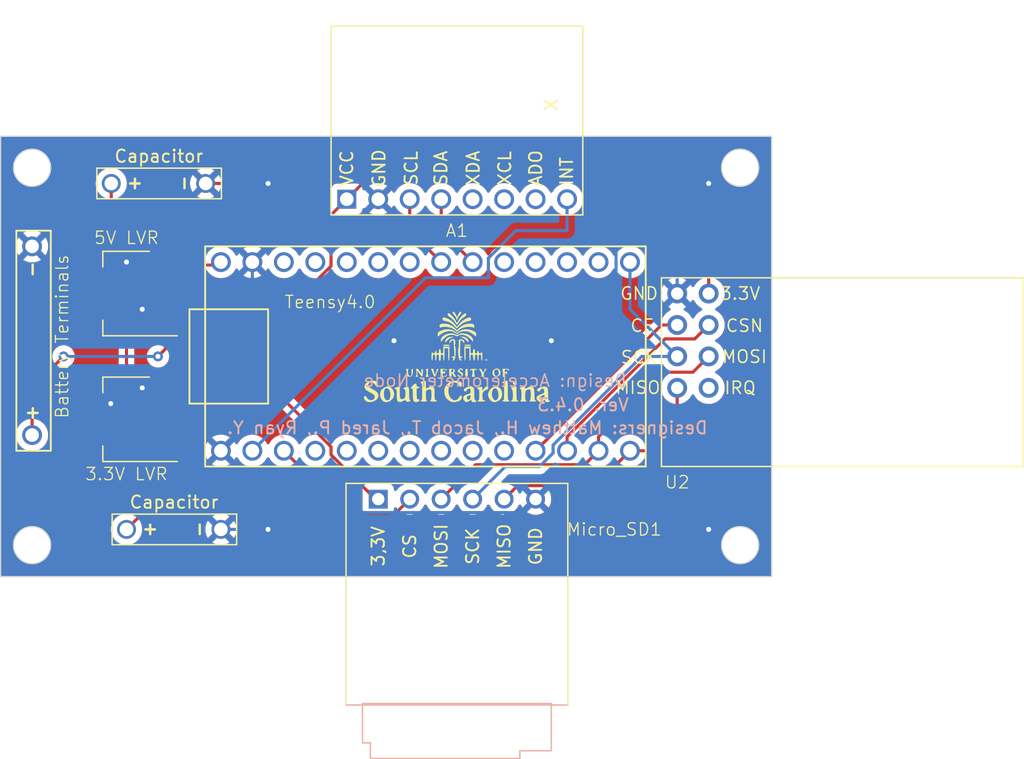
<source format=kicad_pcb>
(kicad_pcb (version 20221018) (generator pcbnew)
  (layers (0 "F.Cu" signal) (31 "B.Cu" signal) (34 "B.Paste" user) (35 "F.Paste" user) (36 "B.SilkS" user "B.Silkscreen") (37 "F.SilkS" user "F.Silkscreen") (38 "B.Mask" user) (39 "F.Mask" user) (44 "Edge.Cuts" user))
  (net 0 "")
  (net 2 "Net-(A1-SCL)")
  (net 3 "Net-(A1-SDA)")
  (net 7 "Net-(A1-INT)")
  (net 8 "Net-(Micro_SD1-CLK)")
  (net 9 "Net-(Micro_SD1-MOSI)")
  (net 10 "Net-(Micro_SD1-CS)")
  (net 18 "Net-(U1-10_CS_MQSR)")
  (net 19 "Net-(U1-9_OUT1C)")
  (net 29 "GND")
  (net 30 "Net-(Micro_SD1-MISO)")
  (net 31 "Net-(A1-VCC)")
  (net 32 "Net-(BT1-+)")
  (net 33 "Net-(U1-VIN)")
  (footprint "Arts:USC_logo" (layer "F.Cu") (at 69.85 63.5)
    (fp_text reference "G***" hide)
    (fp_text value "LOGO" hide)
  )
  (footprint "Arts:Teensy40_sensor_package_edit" (layer "F.Cu") (at 67.31 63.5)
    (fp_text reference "U1" hide)
    (fp_text value "Teensy4.0-teensy-ARTS-Lab" hide)
    (pad "1" thru_hole circle (at -16.51 7.62) (size 1.6 1.6) (drill 1.1) (layers "*.Cu" "*.Mask") (net 29 "GND"))
    (pad "2" thru_hole circle (at -13.97 7.62) (size 1.6 1.6) (drill 1.1) (layers "*.Cu" "*.Mask") (net 7 "Net-(A1-INT)"))
    (pad "3" thru_hole circle (at -11.43 7.62) (size 1.6 1.6) (drill 1.1) (layers "*.Cu" "*.Mask") (net 10 "Net-(Micro_SD1-CS)"))
    (pad "4" thru_hole circle (at -8.89 7.62) (size 1.6 1.6) (drill 1.1) (layers "*.Cu" "*.Mask"))
    (pad "5" thru_hole circle (at -6.35 7.62) (size 1.6 1.6) (drill 1.1) (layers "*.Cu" "*.Mask"))
    (pad "6" thru_hole circle (at -3.81 7.62) (size 1.6 1.6) (drill 1.1) (layers "*.Cu" "*.Mask"))
    (pad "7" thru_hole circle (at -1.27 7.62) (size 1.6 1.6) (drill 1.1) (layers "*.Cu" "*.Mask"))
    (pad "8" thru_hole circle (at 1.27 7.62) (size 1.6 1.6) (drill 1.1) (layers "*.Cu" "*.Mask"))
    (pad "9" thru_hole circle (at 3.81 7.62) (size 1.6 1.6) (drill 1.1) (layers "*.Cu" "*.Mask"))
    (pad "10" thru_hole circle (at 6.35 7.62) (size 1.6 1.6) (drill 1.1) (layers "*.Cu" "*.Mask"))
    (pad "11" thru_hole circle (at 8.89 7.62) (size 1.6 1.6) (drill 1.1) (layers "*.Cu" "*.Mask") (net 19 "Net-(U1-9_OUT1C)"))
    (pad "12" thru_hole circle (at 11.43 7.62) (size 1.6 1.6) (drill 1.1) (layers "*.Cu" "*.Mask") (net 18 "Net-(U1-10_CS_MQSR)"))
    (pad "13" thru_hole circle (at 13.97 7.62) (size 1.6 1.6) (drill 1.1) (layers "*.Cu" "*.Mask") (net 9 "Net-(Micro_SD1-MOSI)"))
    (pad "14" thru_hole circle (at 16.51 7.62) (size 1.6 1.6) (drill 1.1) (layers "*.Cu" "*.Mask") (net 30 "Net-(Micro_SD1-MISO)"))
    (pad "20" thru_hole circle (at 16.51 -7.62) (size 1.6 1.6) (drill 1.1) (layers "*.Cu" "*.Mask") (net 8 "Net-(Micro_SD1-CLK)"))
    (pad "21" thru_hole circle (at 13.97 -7.62) (size 1.6 1.6) (drill 1.1) (layers "*.Cu" "*.Mask"))
    (pad "22" thru_hole circle (at 11.43 -7.62) (size 1.6 1.6) (drill 1.1) (layers "*.Cu" "*.Mask"))
    (pad "23" thru_hole circle (at 8.89 -7.62) (size 1.6 1.6) (drill 1.1) (layers "*.Cu" "*.Mask"))
    (pad "24" thru_hole circle (at 6.35 -7.62) (size 1.6 1.6) (drill 1.1) (layers "*.Cu" "*.Mask"))
    (pad "25" thru_hole circle (at 3.81 -7.62) (size 1.6 1.6) (drill 1.1) (layers "*.Cu" "*.Mask") (net 3 "Net-(A1-SDA)"))
    (pad "26" thru_hole circle (at 1.27 -7.62) (size 1.6 1.6) (drill 1.1) (layers "*.Cu" "*.Mask") (net 2 "Net-(A1-SCL)"))
    (pad "27" thru_hole circle (at -1.27 -7.62) (size 1.6 1.6) (drill 1.1) (layers "*.Cu" "*.Mask"))
    (pad "28" thru_hole circle (at -3.81 -7.62) (size 1.6 1.6) (drill 1.1) (layers "*.Cu" "*.Mask"))
    (pad "29" thru_hole circle (at -6.35 -7.62) (size 1.6 1.6) (drill 1.1) (layers "*.Cu" "*.Mask"))
    (pad "30" thru_hole circle (at -8.89 -7.62) (size 1.6 1.6) (drill 1.1) (layers "*.Cu" "*.Mask"))
    (pad "31" thru_hole circle (at -11.43 -7.62) (size 1.6 1.6) (drill 1.1) (layers "*.Cu" "*.Mask"))
    (pad "32" thru_hole circle (at -13.97 -7.62) (size 1.6 1.6) (drill 1.1) (layers "*.Cu" "*.Mask") (net 29 "GND"))
    (pad "33" thru_hole circle (at -16.51 -7.62) (size 1.6 1.6) (drill 1.1) (layers "*.Cu" "*.Mask") (net 33 "Net-(U1-VIN)"))
  )
  (footprint "Stuff:MPU6050_Sensor_package_edit" (layer "F.Cu") (at 60.96 50.8 90)
    (fp_text reference "A1" (at -2.54 8.89 180) (layer "F.SilkS") (effects (font (thickness 0.1))))
    (fp_text value "MPU6050_Module")
    (fp_text user "VCC" (at 2.5 0 90) (layer "F.SilkS"))
    (fp_text user "SCL" (at 2.5 5.2 90) (layer "F.SilkS"))
    (fp_text user "GND" (at 2.5 2.6 90) (layer "F.SilkS"))
    (fp_text user "XCL" (at 2.5 12.75 90) (layer "F.SilkS"))
    (fp_text user "X" (at 7.62 16.51 90) (layer "F.SilkS"))
    (fp_text user "XDA" (at 2.5 10.2 90) (layer "F.SilkS"))
    (fp_text user "INT" (at 2.25 17.75 90) (layer "F.SilkS"))
    (fp_text user "ADO" (at 2.5 15.25 90) (layer "F.SilkS"))
    (fp_text user "SDA" (at 2.5 7.6 90) (layer "F.SilkS"))
    (pad "1" thru_hole rect (at 0 0 90) (size 1.524 1.524) (drill 1.1) (layers "*.Cu" "*.Mask") (net 31 "Net-(A1-VCC)"))
    (pad "2" thru_hole circle (at 0 2.54 90) (size 1.6 1.6) (drill 1.1) (layers "*.Cu" "*.Mask") (net 29 "GND"))
    (pad "3" thru_hole circle (at 0 5.08 90) (size 1.6 1.6) (drill 1.1) (layers "*.Cu" "*.Mask") (net 2 "Net-(A1-SCL)"))
    (pad "4" thru_hole circle (at 0 7.62 90) (size 1.6 1.6) (drill 1.1) (layers "*.Cu" "*.Mask") (net 3 "Net-(A1-SDA)"))
    (pad "5" thru_hole circle (at 0 10.16 90) (size 1.6 1.6) (drill 1.1) (layers "*.Cu" "*.Mask"))
    (pad "6" thru_hole circle (at 0 12.7 90) (size 1.6 1.6) (drill 1.1) (layers "*.Cu" "*.Mask"))
    (pad "7" thru_hole circle (at 0 15.24 90) (size 1.6 1.6) (drill 1.1) (layers "*.Cu" "*.Mask"))
    (pad "8" thru_hole circle (at 0 17.78 90) (size 1.6 1.6) (drill 1.1) (layers "*.Cu" "*.Mask") (net 7 "Net-(A1-INT)"))
  )
  (footprint "Stuff:Battery Terminal" (layer "F.Cu") (at 37.07 62.23)
    (fp_text reference "BT1" hide)
    (fp_text value "Battery" hide)
    (fp_text user "Battery Terminals" (at 1.5 6.35 90 unlocked) (layer "F.SilkS") (effects (font (thickness 0.1)) (justify left bottom)))
    (fp_text user "+" (at -2.2 6.35 unlocked) (layer "F.SilkS") (effects (font (thickness 0.2) bold) (justify left bottom)))
    (fp_text user "-" (at -0.95 -5 90 unlocked) (layer "F.SilkS") (effects (font (thickness 0.2) bold) (justify left bottom)))
    (pad "1" thru_hole circle (at -1.51 7.62) (size 1.6 1.6) (drill 1.1) (layers "*.Cu" "*.Mask") (net 32 "Net-(BT1-+)"))
    (pad "2" thru_hole circle (at -1.51 -7.62) (size 1.6 1.6) (drill 1.1) (layers "*.Cu" "*.Mask") (net 29 "GND"))
  )
  (footprint "Stuff:Easy_capacitor" (layer "F.Cu") (at 40.79 49.53 90)
    (fp_text reference "C2" hide)
    (fp_text value "C_Small" hide)
    (fp_text user "-" (at 0 7 90) (layer "F.SilkS") (effects (font (thickness 0.2) bold)))
    (fp_text user "Capacitor" (at 2.2 5) (layer "F.SilkS"))
    (fp_text user "+" (at 0 3 90) (layer "F.SilkS") (effects (font (thickness 0.2) bold)))
    (pad "1" thru_hole circle (at 0 1.16 90) (size 1.524 1.524) (drill 1.1) (layers "*.Cu" "*.Mask") (net 33 "Net-(U1-VIN)"))
    (pad "2" thru_hole circle (at 0 8.78 90) (size 1.524 1.524) (drill 1.1) (layers "*.Cu" "*.Mask") (net 29 "GND"))
  )
  (footprint "Arts:small_microSD_sensor_package_edit" (layer "F.Cu") (at 70.485 71.85)
    (fp_text reference "Micro_SD1" (at 12.065 5.62) (layer "F.SilkS") (effects (font (thickness 0.1))))
    (fp_text value "microSD_small-ARTS-Lab")
    (fp_text user "GND" (at 5.715 6.985 90) (layer "F.SilkS"))
    (fp_text user "CS" (at -4.445 6.985 90) (layer "F.SilkS"))
    (fp_text user "SCK" (at 0.635 6.985 90) (layer "F.SilkS"))
    (fp_text user "MISO" (at 3.175 6.985 90) (layer "F.SilkS"))
    (fp_text user "MOSI" (at -1.905 6.985 90) (layer "F.SilkS"))
    (fp_text user "3,3V" (at -6.985 6.985 90) (layer "F.SilkS"))
    (pad "1" thru_hole rect (at -6.985 3.175) (size 1.524 1.524) (drill 1) (layers "*.Cu" "*.Mask") (net 31 "Net-(A1-VCC)"))
    (pad "2" thru_hole circle (at -4.445 3.175) (size 1.524 1.524) (drill 1) (layers "*.Cu" "*.Mask") (net 10 "Net-(Micro_SD1-CS)"))
    (pad "3" thru_hole circle (at -1.905 3.175) (size 1.524 1.524) (drill 1) (layers "*.Cu" "*.Mask") (net 9 "Net-(Micro_SD1-MOSI)"))
    (pad "4" thru_hole circle (at 0.635 3.175) (size 1.524 1.524) (drill 1) (layers "*.Cu" "*.Mask") (net 8 "Net-(Micro_SD1-CLK)"))
    (pad "5" thru_hole circle (at 3.175 3.175) (size 1.524 1.524) (drill 1) (layers "*.Cu" "*.Mask") (net 30 "Net-(Micro_SD1-MISO)"))
    (pad "6" thru_hole circle (at 5.715 3.175) (size 1.524 1.524) (drill 1) (layers "*.Cu" "*.Mask") (net 29 "GND"))
  )
  (footprint "Arts:nRF24L01+_sensor_package_edit_V0_2" (layer "F.Cu") (at 99.06 64.77 -90)
    (fp_text reference "U2" (at 8.89 11.43 180) (layer "F.SilkS") (effects (font (thickness 0.1))))
    (fp_text value "nRF24L01+-ARTS-Lab")
    (fp_text user "IRQ" (at 1.27 6.35) (layer "F.SilkS") (effects (font (thickness 0.125))))
    (fp_text user "SCK" (at -1.2 14.5) (layer "F.SilkS") (effects (font (thickness 0.125))))
    (fp_text user "3.3V" (at -6.35 6.35) (layer "F.SilkS") (effects (font (thickness 0.125))))
    (fp_text user "MISO" (at 1.25 14.6) (layer "F.SilkS") (effects (font (thickness 0.125))))
    (fp_text user "CSN" (at -3.75 6) (layer "F.SilkS") (effects (font (thickness 0.125))))
    (fp_text user "CE" (at -3.75 14.25) (layer "F.SilkS") (effects (font (thickness 0.125))))
    (fp_text user "MOSI" (at -1.25 6) (layer "F.SilkS") (effects (font (thickness 0.125))))
    (fp_text user "GND" (at -6.35 14.5) (layer "F.SilkS") (effects (font (thickness 0.125))))
    (pad "1" thru_hole circle (at -6.35 8.89 270) (size 1.6 1.6) (drill 1) (layers "*.Cu" "*.Mask") (net 31 "Net-(A1-VCC)"))
    (pad "2" thru_hole circle (at -3.81 8.89 270) (size 1.6 1.6) (drill 1) (layers "*.Cu" "*.Mask") (net 18 "Net-(U1-10_CS_MQSR)"))
    (pad "3" thru_hole circle (at -1.27 8.89 270) (size 1.6 1.6) (drill 1) (layers "*.Cu" "*.Mask") (net 9 "Net-(Micro_SD1-MOSI)"))
    (pad "4" thru_hole circle (at 1.27 8.89 270) (size 1.6 1.6) (drill 1) (layers "*.Cu" "*.Mask"))
    (pad "5" thru_hole circle (at -6.35 11.43 270) (size 1.6 1.6) (drill 1) (layers "*.Cu" "*.Mask") (net 29 "GND"))
    (pad "6" thru_hole circle (at -3.81 11.43 270) (size 1.6 1.6) (drill 1) (layers "*.Cu" "*.Mask") (net 19 "Net-(U1-9_OUT1C)"))
    (pad "7" thru_hole circle (at -1.27 11.43 270) (size 1.6 1.6) (drill 1) (layers "*.Cu" "*.Mask") (net 8 "Net-(Micro_SD1-CLK)"))
    (pad "8" thru_hole circle (at 1.27 11.43 270) (size 1.6 1.6) (drill 1) (layers "*.Cu" "*.Mask") (net 30 "Net-(Micro_SD1-MISO)"))
  )
  (footprint "Stuff:Easy_capacitor" (layer "F.Cu") (at 42.02 77.47 90)
    (fp_text reference "C1" hide)
    (fp_text value "C_Small" hide)
    (fp_text user "Capacitor" (at 2.2 5) (layer "F.SilkS"))
    (fp_text user "+" (at 0 3 90) (layer "F.SilkS") (effects (font (thickness 0.2) bold)))
    (fp_text user "-" (at 0 7 90) (layer "F.SilkS") (effects (font (thickness 0.2) bold)))
    (pad "1" thru_hole circle (at 0 1.16 90) (size 1.524 1.524) (drill 1.1) (layers "*.Cu" "*.Mask") (net 31 "Net-(A1-VCC)"))
    (pad "2" thru_hole circle (at 0 8.78 90) (size 1.524 1.524) (drill 1.1) (layers "*.Cu" "*.Mask") (net 29 "GND"))
  )
  (footprint "Package_TO_SOT_SMD:SOT-223-3_TabPin2" (layer "F.Cu") (at 43.18 58.42 180)
    (fp_text reference "U3" hide)
    (fp_text value "5V LVR" (at 0 4.5) (layer "F.SilkS") (effects (font (thickness 0.1))))
    (pad "1" smd rect (at -3.15 -2.3 180) (size 2 1.5) (layers "F.Cu" "F.Paste" "F.Mask") (net 32 "Net-(BT1-+)"))
    (pad "2" smd rect (at -3.15 0 180) (size 2 1.5) (layers "F.Cu" "F.Paste" "F.Mask") (net 29 "GND"))
    (pad "2" smd rect (at 3.15 0 180) (size 2 3.8) (layers "F.Cu" "F.Paste" "F.Mask") (net 29 "GND"))
    (pad "3" smd rect (at -3.15 2.3 180) (size 2 1.5) (layers "F.Cu" "F.Paste" "F.Mask") (net 33 "Net-(U1-VIN)"))
  )
  (footprint "Package_TO_SOT_SMD:SOT-223-3_TabPin2" (layer "F.Cu") (at 43.18 68.58 180)
    (fp_text reference "U4" hide)
    (fp_text value "3.3V LVR" (at 0 -4.42) (layer "F.SilkS") (effects (font (thickness 0.1))))
    (pad "1" smd rect (at -3.15 -2.3 180) (size 2 1.5) (layers "F.Cu" "F.Paste" "F.Mask") (net 33 "Net-(U1-VIN)"))
    (pad "2" smd rect (at -3.15 0 180) (size 2 1.5) (layers "F.Cu" "F.Paste" "F.Mask") (net 29 "GND"))
    (pad "2" smd rect (at 3.15 0 180) (size 2 3.8) (layers "F.Cu" "F.Paste" "F.Mask") (net 29 "GND"))
    (pad "3" smd rect (at -3.15 2.3 180) (size 2 1.5) (layers "F.Cu" "F.Paste" "F.Mask") (net 31 "Net-(A1-VCC)"))
  )
  (gr_circle (center 35.56 48.26) (end 37.06 48.26) (stroke (width 0.1)) (fill none) (layer "Edge.Cuts"))
  (gr_rect (start 33.02 45.72) (end 95.25 81.28) (stroke (width 0.1)) (fill none) (layer "Edge.Cuts"))
  (gr_circle (center 92.71 78.74) (end 94.21 78.74) (stroke (width 0.1)) (fill none) (layer "Edge.Cuts"))
  (gr_circle (center 35.56 78.74) (end 37.06 78.74) (stroke (width 0.1)) (fill none) (layer "Edge.Cuts"))
  (gr_circle (center 92.71 48.26) (end 94.21 48.26) (stroke (width 0.1)) (fill none) (layer "Edge.Cuts"))
  (gr_text "Ver. 0.4.3" (at 83.82 68) (layer "B.SilkS") (effects (font (size 1 1)) (justify left bottom mirror)))
  (gr_text "Design: Accelerometer Node" (at 62.23 66.04) (layer "B.SilkS") (effects (font (size 1 1) (thickness 0.125)) (justify right bottom mirror)))
  (gr_text "Designers: Matthew H., Jacob T., Jared P., Ryan Y." (at 90.17 69.85) (layer "B.SilkS") (effects (font (size 1 1)) (justify left bottom mirror)))
  (gr_text "Teensy4.0" (at 55.88 59.69) (layer "F.SilkS") (effects (font (size 1 1) (thickness 0.1)) (justify left bottom)))
  (segment (start 66.04 53.34) (end 68.58 55.88) (width 0.25) (layer "F.Cu") (net 2))
  (segment (start 66.04 50.8) (end 66.04 53.34) (width 0.25) (layer "F.Cu") (net 2))
  (segment (start 68.58 53.34) (end 71.12 55.88) (width 0.25) (layer "F.Cu") (net 3))
  (segment (start 68.58 50.8) (end 68.58 53.34) (width 0.25) (layer "F.Cu") (net 3))
  (segment (start 67.31 57.15) (end 72.39 57.15) (width 0.25) (layer "B.Cu") (net 7))
  (segment (start 74.609009 53.34) (end 78.74 53.34) (width 0.25) (layer "B.Cu") (net 7))
  (segment (start 78.74 53.34) (end 78.74 50.8) (width 0.25) (layer "B.Cu") (net 7))
  (segment (start 72.39 57.15) (end 72.39 55.559009) (width 0.25) (layer "B.Cu") (net 7))
  (segment (start 53.34 71.12) (end 67.31 57.15) (width 0.25) (layer "B.Cu") (net 7))
  (segment (start 72.39 55.559009) (end 74.609009 53.34) (width 0.25) (layer "B.Cu") (net 7))
  (segment (start 83.82 59.69) (end 87.63 63.5) (width 0.25) (layer "B.Cu") (net 8))
  (segment (start 76.520991 72.39) (end 77.615 71.295991) (width 0.25) (layer "B.Cu") (net 8))
  (segment (start 83.82 55.88) (end 83.82 59.69) (width 0.25) (layer "B.Cu") (net 8))
  (segment (start 84.769009 63.5) (end 87.63 63.5) (width 0.25) (layer "B.Cu") (net 8))
  (segment (start 77.615 70.654009) (end 84.769009 63.5) (width 0.25) (layer "B.Cu") (net 8))
  (segment (start 73.755 72.39) (end 76.520991 72.39) (width 0.25) (layer "B.Cu") (net 8))
  (segment (start 71.12 75.025) (end 73.755 72.39) (width 0.25) (layer "B.Cu") (net 8))
  (segment (start 77.615 71.295991) (end 77.615 70.654009) (width 0.25) (layer "B.Cu") (net 8))
  (segment (start 71.12 75.025) (end 71.345991 75.025) (width 0.25) (layer "B.Cu") (net 8))
  (segment (start 80.155 72.245) (end 81.28 71.12) (width 0.25) (layer "F.Cu") (net 9))
  (segment (start 88.9 64.77) (end 90.17 63.5) (width 0.25) (layer "F.Cu") (net 9))
  (segment (start 81.28 71.12) (end 81.28 69.98863) (width 0.25) (layer "F.Cu") (net 9))
  (segment (start 81.28 69.98863) (end 86.49863 64.77) (width 0.25) (layer "F.Cu") (net 9))
  (segment (start 86.49863 64.77) (end 88.9 64.77) (width 0.25) (layer "F.Cu") (net 9))
  (segment (start 68.58 75.025) (end 71.36 72.245) (width 0.25) (layer "F.Cu") (net 9))
  (segment (start 71.36 72.245) (end 80.155 72.245) (width 0.25) (layer "F.Cu") (net 9))
  (segment (start 64.865 76.2) (end 66.04 75.025) (width 0.25) (layer "F.Cu") (net 10))
  (segment (start 55.88 71.12) (end 60.96 76.2) (width 0.25) (layer "F.Cu") (net 10))
  (segment (start 60.96 76.2) (end 64.865 76.2) (width 0.25) (layer "F.Cu") (net 10))
  (segment (start 78.74 71.12) (end 78.74 69.98863) (width 0.25) (layer "F.Cu") (net 18))
  (segment (start 89.045 62.085) (end 90.17 60.96) (width 0.25) (layer "F.Cu") (net 18))
  (segment (start 86.64363 62.085) (end 89.045 62.085) (width 0.25) (layer "F.Cu") (net 18))
  (segment (start 78.74 69.98863) (end 86.64363 62.085) (width 0.25) (layer "F.Cu") (net 18))
  (segment (start 86.36 60.96) (end 87.63 60.96) (width 0.25) (layer "F.Cu") (net 19))
  (segment (start 76.2 71.12) (end 86.36 60.96) (width 0.25) (layer "F.Cu") (net 19))
  (segment (start 40.03 58.42) (end 39.37 58.42) (width 0.25) (layer "F.Cu") (net 29))
  (segment (start 46.33 58.42) (end 45.72 58.42) (width 0.25) (layer "F.Cu") (net 29))
  (segment (start 49.57 49.53) (end 54.61 49.53) (width 0.25) (layer "F.Cu") (net 29))
  (segment (start 46.33 68.58) (end 48.26 68.58) (width 0.25) (layer "F.Cu") (net 29))
  (segment (start 41.3 67.31) (end 40.03 68.58) (width 0.25) (layer "F.Cu") (net 29))
  (segment (start 44.45 66.7) (end 44.45 66.04) (width 0.25) (layer "F.Cu") (net 29))
  (segment (start 40.64 58.42) (end 40.03 58.42) (width 0.25) (layer "F.Cu") (net 29))
  (segment (start 39.37 58.42) (end 35.56 54.61) (width 0.25) (layer "F.Cu") (net 29))
  (segment (start 41.91 67.31) (end 41.3 67.31) (width 0.25) (layer "F.Cu") (net 29))
  (segment (start 45.72 58.42) (end 44.45 59.69) (width 0.25) (layer "F.Cu") (net 29))
  (segment (start 40.03 68.58) (end 40.03 58.42) (width 0.25) (layer "F.Cu") (net 29))
  (segment (start 48.26 68.58) (end 50.8 71.12) (width 0.25) (layer "F.Cu") (net 29))
  (segment (start 43.18 55.88) (end 40.64 58.42) (width 0.25) (layer "F.Cu") (net 29))
  (segment (start 46.33 68.58) (end 44.45 66.7) (width 0.25) (layer "F.Cu") (net 29))
  (segment (start 50.8 71.12) (end 51.355426 71.12) (width 0.25) (layer "F.Cu") (net 29))
  (via (at 90.17 77.47) (size 0.8) (drill 0.4) (layers "F.Cu" "B.Cu") (net 29))
  (via (at 54.61 77.47) (size 0.8) (drill 0.4) (layers "F.Cu" "B.Cu") (net 29))
  (via (at 44.45 66.04) (size 0.8) (drill 0.4) (layers "F.Cu" "B.Cu") (net 29))
  (via (at 77.47 62.23) (size 0.8) (drill 0.4) (layers "F.Cu" "B.Cu") (net 29))
  (via (at 43.18 55.88) (size 0.8) (drill 0.4) (layers "F.Cu" "B.Cu") (net 29))
  (via (at 41.91 67.31) (size 0.8) (drill 0.4) (layers "F.Cu" "B.Cu") (net 29))
  (via (at 54.61 49.53) (size 0.8) (drill 0.4) (layers "F.Cu" "B.Cu") (net 29))
  (via (at 44.45 59.69) (size 0.8) (drill 0.4) (layers "F.Cu" "B.Cu") (net 29))
  (via (at 90.17 49.53) (size 0.8) (drill 0.4) (layers "F.Cu" "B.Cu") (net 29))
  (via (at 64.77 62.23) (size 0.8) (drill 0.4) (layers "F.Cu" "B.Cu") (net 29))
  (segment (start 54.61 77.47) (end 57.15 74.93) (width 0.25) (layer "B.Cu") (net 29))
  (segment (start 43.18 58.42) (end 43.18 55.88) (width 0.25) (layer "B.Cu") (net 29))
  (segment (start 76.2 75.025) (end 75.113 76.112) (width 0.25) (layer "B.Cu") (net 29))
  (segment (start 81.28 49.53) (end 83.82 52.07) (width 0.25) (layer "B.Cu") (net 29))
  (segment (start 83.82 52.07) (end 84.455 52.705) (width 0.25) (layer "B.Cu") (net 29))
  (segment (start 82.695 54.465) (end 84.455 52.705) (width 0.25) (layer "B.Cu") (net 29))
  (segment (start 44.45 66.04) (end 43.18 66.04) (width 0.25) (layer "B.Cu") (net 29))
  (segment (start 73.66 76.112) (end 58.332 76.112) (width 0.25) (layer "B.Cu") (net 29))
  (segment (start 87.63 55.88) (end 87.63 58.42) (width 0.25) (layer "B.Cu") (net 29))
  (segment (start 86.36 49.53) (end 83.82 52.07) (width 0.25) (layer "B.Cu") (net 29))
  (segment (start 50.8 77.47) (end 54.61 77.47) (width 0.25) (layer "B.Cu") (net 29))
  (segment (start 54.61 49.53) (end 58.42 53.34) (width 0.25) (layer "B.Cu") (net 29))
  (segment (start 44.45 59.69) (end 43.18 58.42) (width 0.25) (layer "B.Cu") (net 29))
  (segment (start 60.96 53.34) (end 58.42 53.34) (width 0.25) (layer "B.Cu") (net 29))
  (segment (start 53.34 68.58) (end 50.8 71.12) (width 0.25) (layer "B.Cu") (net 29))
  (segment (start 75.113 76.112) (end 73.66 76.112) (width 0.25) (layer "B.Cu") (net 29))
  (segment (start 90.17 49.53) (end 86.36 49.53) (width 0.25) (layer "B.Cu") (net 29))
  (segment (start 53.34 55.88) (end 53.34 68.58) (width 0.25) (layer "B.Cu") (net 29))
  (segment (start 53.34 73.66) (end 50.8 71.12) (width 0.25) (layer "B.Cu") (net 29))
  (segment (start 58.42 53.34) (end 55.88 53.34) (width 0.25) (layer "B.Cu") (net 29))
  (segment (start 77.47 62.23) (end 64.77 62.23) (width 0.25) (layer "B.Cu") (net 29))
  (segment (start 90.17 77.47) (end 75.018 77.47) (width 0.25) (layer "B.Cu") (net 29))
  (segment (start 58.332 76.112) (end 57.15 74.93) (width 0.25) (layer "B.Cu") (net 29))
  (segment (start 55.88 53.34) (end 53.34 55.88) (width 0.25) (layer "B.Cu") (net 29))
  (segment (start 43.18 66.04) (end 41.91 67.31) (width 0.25) (layer "B.Cu") (net 29))
  (segment (start 81.28 48.26) (end 81.28 49.53) (width 0.25) (layer "B.Cu") (net 29))
  (segment (start 82.695 57.005) (end 82.695 54.465) (width 0.25) (layer "B.Cu") (net 29))
  (segment (start 84.455 52.705) (end 87.63 55.88) (width 0.25) (layer "B.Cu") (net 29))
  (segment (start 66.04 48.26) (end 81.28 48.26) (width 0.25) (layer "B.Cu") (net 29))
  (segment (start 75.018 77.47) (end 73.66 76.112) (width 0.25) (layer "B.Cu") (net 29))
  (segment (start 77.47 62.23) (end 82.695 57.005) (width 0.25) (layer "B.Cu") (net 29))
  (segment (start 57.15 74.93) (end 55.88 73.66) (width 0.25) (layer "B.Cu") (net 29))
  (segment (start 55.88 73.66) (end 53.34 73.66) (width 0.25) (layer "B.Cu") (net 29))
  (segment (start 63.5 50.8) (end 66.04 48.26) (width 0.25) (layer "B.Cu") (net 29))
  (segment (start 63.5 50.8) (end 60.96 53.34) (width 0.25) (layer "B.Cu") (net 29))
  (segment (start 85.09 71.12) (end 87.63 68.58) (width 0.25) (layer "F.Cu") (net 30))
  (segment (start 87.63 68.58) (end 87.63 66.04) (width 0.25) (layer "F.Cu") (net 30))
  (segment (start 83.82 71.12) (end 85.09 71.12) (width 0.25) (layer "F.Cu") (net 30))
  (segment (start 74.747 73.938) (end 81.002 73.938) (width 0.25) (layer "F.Cu") (net 30))
  (segment (start 73.66 75.025) (end 74.747 73.938) (width 0.25) (layer "F.Cu") (net 30))
  (segment (start 81.002 73.938) (end 83.82 71.12) (width 0.25) (layer "F.Cu") (net 30))
  (segment (start 90.17 53.34) (end 90.17 58.42) (width 0.25) (layer "F.Cu") (net 31))
  (segment (start 45.365 65.315) (end 44.149695 65.315) (width 0.25) (layer "F.Cu") (net 31))
  (segment (start 48.26 72.39) (end 43.18 77.47) (width 0.25) (layer "F.Cu") (net 31))
  (segment (start 55.170991 66.28) (end 59.69 70.799009) (width 0.25) (layer "F.Cu") (net 31))
  (segment (start 59.69 71.440991) (end 63.274009 75.025) (width 0.25) (layer "F.Cu") (net 31))
  (segment (start 63.274009 75.025) (end 63.5 75.025) (width 0.25) (layer "F.Cu") (net 31))
  (segment (start 44.149695 65.315) (end 43.725 65.739695) (width 0.25) (layer "F.Cu") (net 31))
  (segment (start 44.883314 69.730157) (end 47.580157 69.730157) (width 0.25) (layer "F.Cu") (net 31))
  (segment (start 46.33 66.28) (end 45.365 65.315) (width 0.25) (layer "F.Cu") (net 31))
  (segment (start 59.69 70.799009) (end 59.69 71.440991) (width 0.25) (layer "F.Cu") (net 31))
  (segment (start 49.610991 66.28) (end 59.69 56.200991) (width 0.25) (layer "F.Cu") (net 31))
  (segment (start 47.580157 69.730157) (end 48.26 70.41) (width 0.25) (layer "F.Cu") (net 31))
  (segment (start 63.5 48.26) (end 85.09 48.26) (width 0.25) (layer "F.Cu") (net 31))
  (segment (start 60.96 50.8) (end 63.5 48.26) (width 0.25) (layer "F.Cu") (net 31))
  (segment (start 46.33 66.28) (end 55.170991 66.28) (width 0.25) (layer "F.Cu") (net 31))
  (segment (start 85.09 48.26) (end 90.17 53.34) (width 0.25) (layer "F.Cu") (net 31))
  (segment (start 59.69 56.200991) (end 59.69 52.07) (width 0.25) (layer "F.Cu") (net 31))
  (segment (start 43.725 68.571843) (end 44.883314 69.730157) (width 0.25) (layer "F.Cu") (net 31))
  (segment (start 46.33 66.28) (end 49.610991 66.28) (width 0.25) (layer "F.Cu") (net 31))
  (segment (start 59.69 52.07) (end 60.96 50.8) (width 0.25) (layer "F.Cu") (net 31))
  (segment (start 43.725 65.739695) (end 43.725 68.571843) (width 0.25) (layer "F.Cu") (net 31))
  (segment (start 48.26 70.41) (end 48.26 72.39) (width 0.25) (layer "F.Cu") (net 31))
  (segment (start 46.33 62.89) (end 46.33 60.72) (width 0.25) (layer "F.Cu") (net 32))
  (segment (start 35.56 69.85) (end 35.56 66.04) (width 0.25) (layer "F.Cu") (net 32))
  (segment (start 35.56 66.04) (end 38.1 63.5) (width 0.25) (layer "F.Cu") (net 32))
  (segment (start 45.72 63.5) (end 46.33 62.89) (width 0.25) (layer "F.Cu") (net 32))
  (via (at 38.1 63.5) (size 0.8) (drill 0.4) (layers "F.Cu" "B.Cu") (net 32))
  (via (at 45.72 63.5) (size 0.8) (drill 0.4) (layers "F.Cu" "B.Cu") (net 32))
  (segment (start 38.1 63.5) (end 45.72 63.5) (width 0.25) (layer "B.Cu") (net 32))
  (segment (start 50.56 56.12) (end 50.8 55.88) (width 0.25) (layer "F.Cu") (net 33))
  (segment (start 43.18 69.85) (end 44.21 70.88) (width 0.25) (layer "F.Cu") (net 33))
  (segment (start 44.21 70.88) (end 46.33 70.88) (width 0.25) (layer "F.Cu") (net 33))
  (segment (start 43.18 59.27) (end 43.18 69.85) (width 0.25) (layer "F.Cu") (net 33))
  (segment (start 41.95 51.74) (end 46.33 56.12) (width 0.25) (layer "F.Cu") (net 33))
  (segment (start 41.95 49.53) (end 41.95 51.74) (width 0.25) (layer "F.Cu") (net 33))
  (segment (start 46.33 56.12) (end 43.18 59.27) (width 0.25) (layer "F.Cu") (net 33))
  (segment (start 46.33 56.12) (end 50.56 56.12) (width 0.25) (layer "F.Cu") (net 33))
  (zone (net 29) (net_name "GND") (layer "F.Cu") (priority 1) (connect_pads (clearance 0.5)) (min_thickness 0.25) (fill yes (thermal_gap 0.5) (thermal_bridge_width 0.5))
    (polygon (pts (xy 95.25 45.72) (xy 33.02 45.72) (xy 33.02 81.28) (xy 95.25 81.28)))
  )
  (zone (net 29) (net_name "GND") (layers "F&B.Cu") (connect_pads (clearance 0.5)) (min_thickness 0.25) (fill yes (thermal_gap 0.5) (thermal_bridge_width 0.5))
    (polygon (pts (xy 33.02 45.72) (xy 95.25 45.72) (xy 95.25 81.28) (xy 33.02 81.28)))
  )
)
</source>
